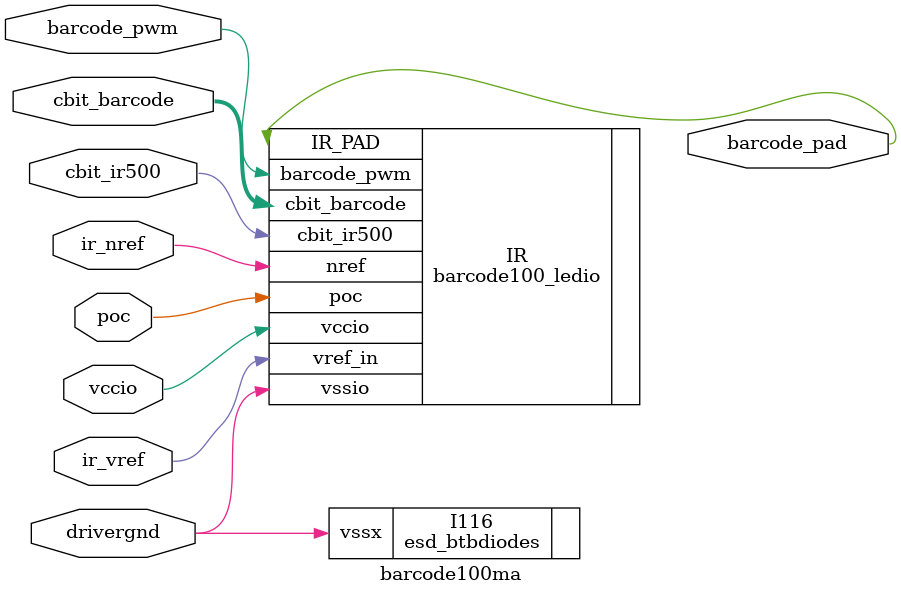
<source format=v>
`timescale 1ns / 10ps 
module barcode100ma ( barcode_pad, drivergnd, vccio, barcode_pwm, cbit_barcode, cbit_ir500, ir_nref, ir_vref, poc );
inout  drivergnd, vccio;
output barcode_pad;
input  barcode_pwm, cbit_ir500, ir_nref, ir_vref, poc;

input [3:0]  cbit_barcode;

// List of primary aliased buses



barcode100_ledio IR ( .cbit_barcode(cbit_barcode[3:0]), .cbit_ir500(cbit_ir500), .barcode_pwm(barcode_pwm), .poc(poc), .vssio(drivergnd), .vccio(vccio), .IR_PAD(barcode_pad), .nref(ir_nref), .vref_in(ir_vref));
esd_btbdiodes I116 ( .vssx(drivergnd));

endmodule

</source>
